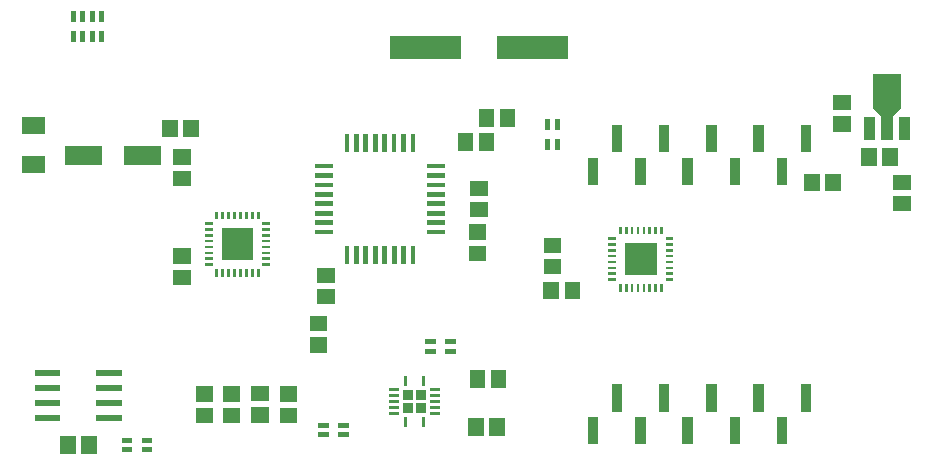
<source format=gbr>
G04 start of page 11 for group -4015 idx -4015 *
G04 Title: (unknown), toppaste *
G04 Creator: pcb 20140316 *
G04 CreationDate: Mon 21 Nov 2016 03:27:11 AM GMT UTC *
G04 For: ndholmes *
G04 Format: Gerber/RS-274X *
G04 PCB-Dimensions (mil): 3500.00 1750.00 *
G04 PCB-Coordinate-Origin: lower left *
%MOIN*%
%FSLAX25Y25*%
%LNTOPPASTE*%
%ADD104R,0.0350X0.0350*%
%ADD103R,0.0157X0.0157*%
%ADD102R,0.0787X0.0787*%
%ADD101R,0.0550X0.0550*%
%ADD100R,0.0630X0.0630*%
%ADD99R,0.0091X0.0091*%
%ADD98R,0.0200X0.0200*%
%ADD97R,0.0110X0.0110*%
%ADD96C,0.0001*%
%ADD95R,0.0945X0.0945*%
%ADD94R,0.0378X0.0378*%
%ADD93R,0.0167X0.0167*%
%ADD92R,0.0512X0.0512*%
G54D92*X98043Y113936D02*Y113150D01*
X90957Y113936D02*Y113150D01*
X94607Y96957D02*X95393D01*
X94607Y104043D02*X95393D01*
X218107Y74543D02*X218893D01*
X218107Y67457D02*X218893D01*
X142607Y64543D02*X143393D01*
X142607Y57457D02*X143393D01*
X140107Y48500D02*X140893D01*
X140107Y41414D02*X140893D01*
X189457Y109393D02*Y108607D01*
X196543Y109393D02*Y108607D01*
X218000Y59893D02*Y59107D01*
X225086Y59893D02*Y59107D01*
X56957Y8393D02*Y7607D01*
X64043Y8393D02*Y7607D01*
X130107Y25043D02*X130893D01*
X130107Y17957D02*X130893D01*
G54D93*X141217Y14575D02*X143087D01*
X141217Y11425D02*X143087D01*
X147913D02*X149783D01*
X147913Y14575D02*X149783D01*
G54D94*X324094Y115610D02*Y111516D01*
X330000Y123326D02*Y111516D01*
G54D95*Y126950D02*Y125060D01*
G54D96*G36*
X326695Y121755D02*X329535Y118915D01*
X328115Y117495D01*
X325275Y120335D01*
X326695Y121755D01*
G37*
G36*
X330465Y118915D02*X333305Y121755D01*
X334725Y120335D01*
X331885Y117495D01*
X330465Y118915D01*
G37*
G54D94*X335906Y115610D02*Y111516D01*
G54D92*X314607Y122086D02*X315393D01*
X314607Y115000D02*X315393D01*
G54D97*X178169Y18563D02*X180413D01*
X178169Y20531D02*X180413D01*
X178169Y22500D02*X180413D01*
X178169Y24469D02*X180413D01*
X178169Y26437D02*X180413D01*
X175453Y30413D02*Y28169D01*
X169547Y30413D02*Y28169D01*
X164587Y26437D02*X166831D01*
X164587Y24469D02*X166831D01*
X164587Y22500D02*X166831D01*
X164587Y20531D02*X166831D01*
X164587Y18563D02*X166831D01*
X169547Y16831D02*Y14587D01*
X175453Y16831D02*Y14587D01*
G54D96*G36*
X173091Y21909D02*Y18681D01*
X176319D01*
Y21909D01*
X173091D01*
G37*
G36*
X168681D02*Y18681D01*
X171909D01*
Y21909D01*
X168681D01*
G37*
G36*
X173091Y26319D02*Y23091D01*
X176319D01*
Y26319D01*
X173091D01*
G37*
G36*
X168681D02*Y23091D01*
X171909D01*
Y26319D01*
X168681D01*
G37*
G54D93*X176869Y42500D02*X178739D01*
X176869Y39350D02*X178739D01*
X183565D02*X185435D01*
X183565Y42500D02*X185435D01*
G54D92*X111107Y25000D02*X111893D01*
X111107Y17914D02*X111893D01*
G54D98*X67500Y17000D02*X74000D01*
X67500Y22000D02*X74000D01*
X67500Y27000D02*X74000D01*
X67500Y32000D02*X74000D01*
X47000D02*X53500D01*
X47000Y27000D02*X53500D01*
X47000Y22000D02*X53500D01*
X47000Y17000D02*X53500D01*
G54D99*X106610Y66280D02*Y64626D01*
X108579Y66280D02*Y64626D01*
X110547Y66280D02*Y64626D01*
X112516Y66280D02*Y64626D01*
X114484Y66280D02*Y64626D01*
X116453Y66280D02*Y64626D01*
X118421Y66280D02*Y64626D01*
X120390Y66280D02*Y64626D01*
X122220Y68110D02*X123874D01*
X122220Y70079D02*X123874D01*
X122220Y72047D02*X123874D01*
X122220Y74016D02*X123874D01*
X122220Y75984D02*X123874D01*
X122220Y77953D02*X123874D01*
X122220Y79921D02*X123874D01*
X122220Y81890D02*X123874D01*
X120390Y85374D02*Y83720D01*
X118421Y85374D02*Y83720D01*
X116453Y85374D02*Y83720D01*
X114484Y85374D02*Y83720D01*
X112516Y85374D02*Y83720D01*
X110547Y85374D02*Y83720D01*
X108579Y85374D02*Y83720D01*
X106610Y85374D02*Y83720D01*
X103126Y81890D02*X104780D01*
X103126Y79921D02*X104780D01*
X103126Y77953D02*X104780D01*
X103126Y75984D02*X104780D01*
X103126Y74016D02*X104780D01*
X103126Y72047D02*X104780D01*
X103126Y70079D02*X104780D01*
X103126Y68110D02*X104780D01*
G54D96*G36*
X108185Y80315D02*Y69685D01*
X118815D01*
Y80315D01*
X108185D01*
G37*
G54D99*X241110Y61280D02*Y59626D01*
X243079Y61280D02*Y59626D01*
X245047Y61280D02*Y59626D01*
X247016Y61280D02*Y59626D01*
X248984Y61280D02*Y59626D01*
X250953Y61280D02*Y59626D01*
X252921Y61280D02*Y59626D01*
X254890Y61280D02*Y59626D01*
X256720Y63110D02*X258374D01*
X256720Y65079D02*X258374D01*
X256720Y67047D02*X258374D01*
X256720Y69016D02*X258374D01*
X256720Y70984D02*X258374D01*
X256720Y72953D02*X258374D01*
X256720Y74921D02*X258374D01*
X256720Y76890D02*X258374D01*
X254890Y80374D02*Y78720D01*
X252921Y80374D02*Y78720D01*
X250953Y80374D02*Y78720D01*
X248984Y80374D02*Y78720D01*
X247016Y80374D02*Y78720D01*
X245047Y80374D02*Y78720D01*
X243079Y80374D02*Y78720D01*
X241110Y80374D02*Y78720D01*
X237626Y76890D02*X239280D01*
X237626Y74921D02*X239280D01*
X237626Y72953D02*X239280D01*
X237626Y70984D02*X239280D01*
X237626Y69016D02*X239280D01*
X237626Y67047D02*X239280D01*
X237626Y65079D02*X239280D01*
X237626Y63110D02*X239280D01*
G54D96*G36*
X242685Y75315D02*Y64685D01*
X253315D01*
Y75315D01*
X242685D01*
G37*
G54D92*X102107Y25043D02*X102893D01*
X102107Y17957D02*X102893D01*
G54D93*X82413Y6425D02*X84283D01*
X82413Y9575D02*X84283D01*
X75717D02*X77587D01*
X75717Y6425D02*X77587D01*
G54D92*X120607Y25086D02*X121393D01*
X120607Y18000D02*X121393D01*
G54D93*X58776Y145087D02*Y143217D01*
X61925Y145087D02*Y143217D01*
X65075Y145087D02*Y143217D01*
X68224Y145087D02*Y143217D01*
Y151783D02*Y149913D01*
X65075Y151783D02*Y149913D01*
X61925Y151783D02*Y149913D01*
X58776Y151783D02*Y149913D01*
G54D100*X59008Y104500D02*X65307D01*
X78693D02*X84992D01*
G54D101*X44500Y114500D02*X46500D01*
X44500Y101500D02*X46500D01*
G54D92*X94607Y71043D02*X95393D01*
X94607Y63957D02*X95393D01*
G54D102*X203843Y140500D02*X219591D01*
X168409D02*X184157D01*
G54D92*X203543Y117393D02*Y116607D01*
X196457Y117393D02*Y116607D01*
G54D103*X177566Y78977D02*X181992D01*
X177566Y82126D02*X181992D01*
X177566Y85276D02*X181992D01*
X177566Y88425D02*X181992D01*
X177566Y91575D02*X181992D01*
X177566Y94725D02*X181992D01*
X177566Y97874D02*X181992D01*
X177566Y101024D02*X181992D01*
X172023Y110992D02*Y106566D01*
X168874Y110992D02*Y106566D01*
X165724Y110992D02*Y106566D01*
X162575Y110992D02*Y106566D01*
X159425Y110992D02*Y106566D01*
X156275Y110992D02*Y106566D01*
X153126Y110992D02*Y106566D01*
X149976Y110992D02*Y106566D01*
X140008Y101023D02*X144434D01*
X140008Y97874D02*X144434D01*
X140008Y94724D02*X144434D01*
X140008Y91575D02*X144434D01*
X140008Y88425D02*X144434D01*
X140008Y85275D02*X144434D01*
X140008Y82126D02*X144434D01*
X140008Y78976D02*X144434D01*
X149977Y73434D02*Y69008D01*
X153126Y73434D02*Y69008D01*
X156276Y73434D02*Y69008D01*
X159425Y73434D02*Y69008D01*
X162575Y73434D02*Y69008D01*
X165725Y73434D02*Y69008D01*
X168874Y73434D02*Y69008D01*
X172024Y73434D02*Y69008D01*
G54D92*X193107Y79043D02*X193893D01*
X193107Y71957D02*X193893D01*
X304957Y95893D02*Y95107D01*
X312043Y95893D02*Y95107D01*
X334607Y88457D02*X335393D01*
X334607Y95543D02*X335393D01*
G54D104*X302933Y113055D02*Y107543D01*
X287185Y113055D02*Y107543D01*
X271437Y113055D02*Y107543D01*
X255689Y113055D02*Y107543D01*
X239941Y113055D02*Y107543D01*
X232067Y102071D02*Y96559D01*
X247815Y102071D02*Y96559D01*
X263563Y102071D02*Y96559D01*
X279311Y102071D02*Y96559D01*
X295059Y102071D02*Y96559D01*
X302933Y26441D02*Y20929D01*
X287185Y26441D02*Y20929D01*
X271437Y26441D02*Y20929D01*
X255689Y26441D02*Y20929D01*
X239941Y26441D02*Y20929D01*
X232067Y15457D02*Y9945D01*
X247815Y15457D02*Y9945D01*
X263563Y15457D02*Y9945D01*
X279311Y15457D02*Y9945D01*
X295059Y15457D02*Y9945D01*
G54D92*X331043Y104393D02*Y103607D01*
X323957Y104393D02*Y103607D01*
X193607Y93586D02*X194393D01*
X193607Y86500D02*X194393D01*
X200043Y14393D02*Y13607D01*
X192957Y14393D02*Y13607D01*
X200543Y30393D02*Y29607D01*
X193457Y30393D02*Y29607D01*
G54D93*X216925Y109087D02*Y107217D01*
X220075Y109087D02*Y107217D01*
Y115783D02*Y113913D01*
X216925Y115783D02*Y113913D01*
M02*

</source>
